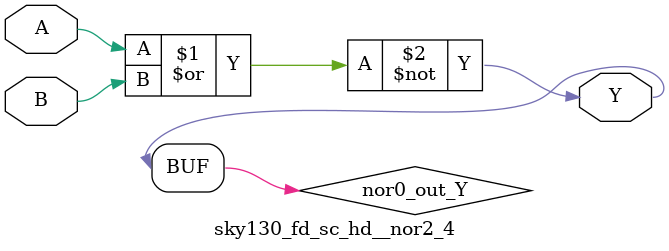
<source format=v>
/*
 * Copyright 2020 The SkyWater PDK Authors
 *
 * Licensed under the Apache License, Version 2.0 (the "License");
 * you may not use this file except in compliance with the License.
 * You may obtain a copy of the License at
 *
 *     https://www.apache.org/licenses/LICENSE-2.0
 *
 * Unless required by applicable law or agreed to in writing, software
 * distributed under the License is distributed on an "AS IS" BASIS,
 * WITHOUT WARRANTIES OR CONDITIONS OF ANY KIND, either express or implied.
 * See the License for the specific language governing permissions and
 * limitations under the License.
 *
 * SPDX-License-Identifier: Apache-2.0
*/


`ifndef SKY130_FD_SC_HD__NOR2_4_FUNCTIONAL_V
`define SKY130_FD_SC_HD__NOR2_4_FUNCTIONAL_V

/**
 * nor2: 2-input NOR.
 *
 * Verilog simulation functional model.
 */

`timescale 1ns / 1ps
`default_nettype none

`celldefine
module sky130_fd_sc_hd__nor2_4 (
    Y,
    A,
    B
);

    // Module ports
    output Y;
    input  A;
    input  B;

    // Local signals
    wire nor0_out_Y;

    //  Name  Output      Other arguments
    nor nor0 (nor0_out_Y, A, B           );
    buf buf0 (Y         , nor0_out_Y     );

endmodule
`endcelldefine

`default_nettype wire
`endif  // SKY130_FD_SC_HD__NOR2_4_FUNCTIONAL_V

</source>
